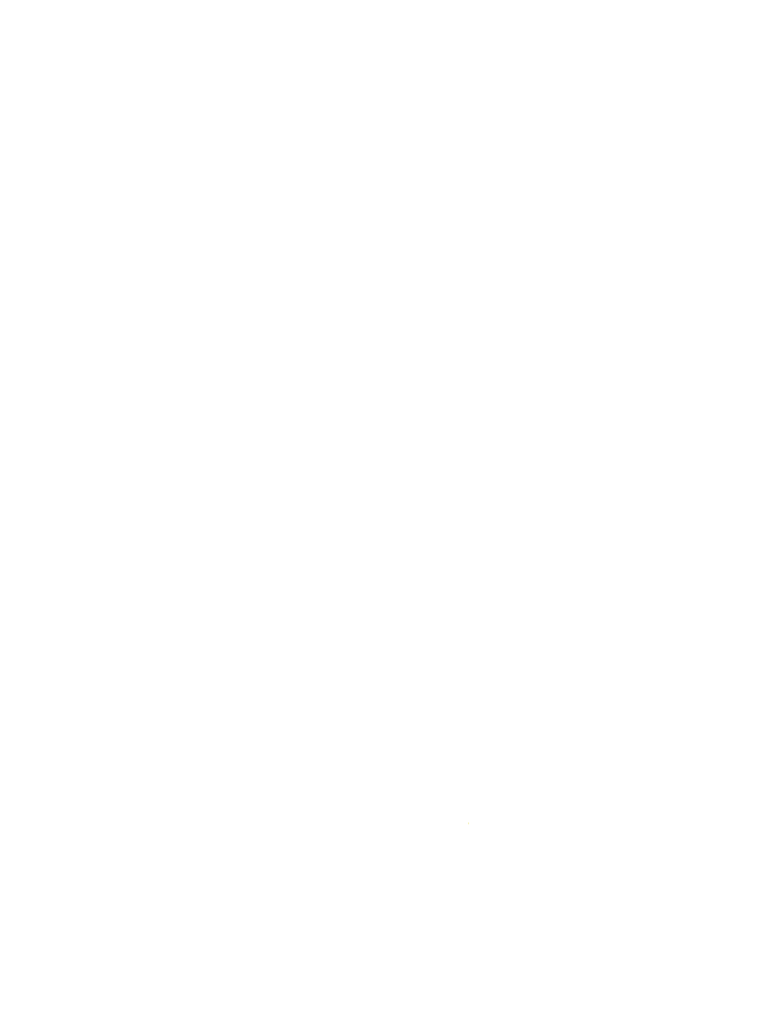
<source format=kicad_pcb>
(kicad_pcb (version 20240108) (generator "pcbnew") (generator_version "8.0")
  (title_block (title "BOARD NAME:") (comment 1 "PCB DESIGNER:") (comment 2 "DWG NO:") (comment 3 "PART NO.:") (comment 4 "COMPANY NAME:"))
  (layers (0 "F.Cu" signal "TOP") (1 "In1.Cu" power "GND1") (2 "In2.Cu" signal "SIGNAL_1") (3 "In3.Cu" power "POWER_1") (4 "In4.Cu" signal "SIGNAL_2") (5 "In5.Cu" power "GND_2") (6 "In6.Cu" power "GND_3") (7 "In7.Cu" signal "SIGNAL_3") (8 "In8.Cu" power "POWER_2") (9 "In9.Cu" signal "SIGNAL_4") (10 "In10.Cu" power "GND_4") (31 "B.Cu" signal "BOTTOM") (34 "B.Paste" user) (35 "F.Paste" user) (36 "B.SilkS" user "B.Silkscreen") (37 "F.SilkS" user "F.Silkscreen") (38 "B.Mask" user) (39 "F.Mask" user) (44 "Edge.Cuts" user))
  (net 0 "")
  (gr_line (start 231.648 161.544) (end 231.648 161.798) (stroke (width 0.127)) (layer "F.SilkS"))
)
</source>
